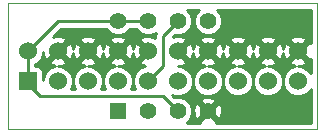
<source format=gbl>
G04 (created by PCBNEW (2013-07-07 BZR 4022)-stable) date 7/10/2015 1:05:57 PM*
%MOIN*%
G04 Gerber Fmt 3.4, Leading zero omitted, Abs format*
%FSLAX34Y34*%
G01*
G70*
G90*
G04 APERTURE LIST*
%ADD10C,0.00590551*%
%ADD11C,0.00393701*%
%ADD12R,0.06X0.06*%
%ADD13C,0.06*%
%ADD14R,0.055X0.055*%
%ADD15C,0.055*%
%ADD16C,0.01*%
G04 APERTURE END LIST*
G54D10*
G54D11*
X84150Y-62950D02*
X84150Y-62900D01*
X84150Y-67100D02*
X84150Y-62950D01*
X73850Y-67100D02*
X84150Y-67100D01*
X73850Y-66950D02*
X73850Y-67100D01*
X73850Y-62900D02*
X73850Y-66950D01*
X84150Y-62900D02*
X73850Y-62900D01*
G54D12*
X74500Y-65500D03*
G54D13*
X74500Y-64500D03*
X75500Y-65500D03*
X75500Y-64500D03*
X76500Y-65500D03*
X76500Y-64500D03*
X77500Y-65500D03*
X77500Y-64500D03*
X78500Y-65500D03*
X78500Y-64500D03*
X79500Y-65500D03*
X79500Y-64500D03*
X80500Y-65500D03*
X80500Y-64500D03*
X81500Y-65500D03*
X81500Y-64500D03*
X82500Y-65500D03*
X82500Y-64500D03*
X83500Y-65500D03*
X83500Y-64500D03*
G54D14*
X77500Y-66500D03*
G54D15*
X78500Y-66500D03*
X79500Y-66500D03*
X80500Y-66500D03*
X80500Y-63500D03*
X79500Y-63500D03*
X78500Y-63500D03*
X77500Y-63500D03*
G54D16*
X79500Y-63500D02*
X79000Y-64000D01*
X79000Y-65000D02*
X78500Y-65500D01*
X79000Y-64000D02*
X79000Y-65000D01*
X74500Y-65500D02*
X74500Y-65600D01*
X79000Y-66000D02*
X79500Y-66500D01*
X74900Y-66000D02*
X79000Y-66000D01*
X74500Y-65600D02*
X74900Y-66000D01*
X74500Y-64500D02*
X74500Y-65500D01*
X77500Y-63500D02*
X78500Y-63500D01*
X77500Y-63500D02*
X75500Y-63500D01*
X75500Y-63500D02*
X74500Y-64500D01*
G54D10*
G36*
X78772Y-63899D02*
X78769Y-63904D01*
X78750Y-64000D01*
X78750Y-64057D01*
X78569Y-63995D01*
X78371Y-64006D01*
X78242Y-64060D01*
X78212Y-64141D01*
X78500Y-64429D01*
X78505Y-64423D01*
X78576Y-64494D01*
X78570Y-64500D01*
X78576Y-64505D01*
X78505Y-64576D01*
X78500Y-64570D01*
X78429Y-64641D01*
X78429Y-64500D01*
X78141Y-64212D01*
X78060Y-64242D01*
X77996Y-64425D01*
X77993Y-64371D01*
X77939Y-64242D01*
X77858Y-64212D01*
X77787Y-64282D01*
X77787Y-64141D01*
X77757Y-64060D01*
X77569Y-63995D01*
X77371Y-64006D01*
X77242Y-64060D01*
X77212Y-64141D01*
X77500Y-64429D01*
X77787Y-64141D01*
X77787Y-64282D01*
X77570Y-64500D01*
X77858Y-64787D01*
X77939Y-64757D01*
X78003Y-64574D01*
X78006Y-64628D01*
X78060Y-64757D01*
X78141Y-64787D01*
X78429Y-64500D01*
X78429Y-64641D01*
X78212Y-64858D01*
X78242Y-64939D01*
X78415Y-64999D01*
X78400Y-64999D01*
X78217Y-65075D01*
X78076Y-65216D01*
X78000Y-65400D01*
X77999Y-65599D01*
X78062Y-65750D01*
X77937Y-65750D01*
X77999Y-65599D01*
X78000Y-65400D01*
X77924Y-65217D01*
X77783Y-65076D01*
X77599Y-65000D01*
X77514Y-65000D01*
X77628Y-64993D01*
X77757Y-64939D01*
X77787Y-64858D01*
X77500Y-64570D01*
X77429Y-64641D01*
X77429Y-64500D01*
X77141Y-64212D01*
X77060Y-64242D01*
X76996Y-64425D01*
X76993Y-64371D01*
X76939Y-64242D01*
X76858Y-64212D01*
X76787Y-64282D01*
X76787Y-64141D01*
X76757Y-64060D01*
X76569Y-63995D01*
X76371Y-64006D01*
X76242Y-64060D01*
X76212Y-64141D01*
X76500Y-64429D01*
X76787Y-64141D01*
X76787Y-64282D01*
X76570Y-64500D01*
X76858Y-64787D01*
X76939Y-64757D01*
X77003Y-64574D01*
X77006Y-64628D01*
X77060Y-64757D01*
X77141Y-64787D01*
X77429Y-64500D01*
X77429Y-64641D01*
X77212Y-64858D01*
X77242Y-64939D01*
X77415Y-64999D01*
X77400Y-64999D01*
X77217Y-65075D01*
X77076Y-65216D01*
X77000Y-65400D01*
X76999Y-65599D01*
X77062Y-65750D01*
X76937Y-65750D01*
X76999Y-65599D01*
X77000Y-65400D01*
X76924Y-65217D01*
X76783Y-65076D01*
X76599Y-65000D01*
X76514Y-65000D01*
X76628Y-64993D01*
X76757Y-64939D01*
X76787Y-64858D01*
X76500Y-64570D01*
X76429Y-64641D01*
X76429Y-64500D01*
X76141Y-64212D01*
X76060Y-64242D01*
X75996Y-64425D01*
X75993Y-64371D01*
X75939Y-64242D01*
X75858Y-64212D01*
X75570Y-64500D01*
X75858Y-64787D01*
X75939Y-64757D01*
X76003Y-64574D01*
X76006Y-64628D01*
X76060Y-64757D01*
X76141Y-64787D01*
X76429Y-64500D01*
X76429Y-64641D01*
X76212Y-64858D01*
X76242Y-64939D01*
X76415Y-64999D01*
X76400Y-64999D01*
X76217Y-65075D01*
X76076Y-65216D01*
X76000Y-65400D01*
X75999Y-65599D01*
X76062Y-65750D01*
X75937Y-65750D01*
X75999Y-65599D01*
X76000Y-65400D01*
X75924Y-65217D01*
X75783Y-65076D01*
X75599Y-65000D01*
X75514Y-65000D01*
X75628Y-64993D01*
X75757Y-64939D01*
X75787Y-64858D01*
X75500Y-64570D01*
X75212Y-64858D01*
X75242Y-64939D01*
X75415Y-64999D01*
X75400Y-64999D01*
X75217Y-65075D01*
X75076Y-65216D01*
X75000Y-65400D01*
X75000Y-65460D01*
X75000Y-65160D01*
X74969Y-65086D01*
X74913Y-65030D01*
X74839Y-65000D01*
X74760Y-64999D01*
X74750Y-64999D01*
X74750Y-64937D01*
X74782Y-64924D01*
X74923Y-64783D01*
X74999Y-64599D01*
X74999Y-64514D01*
X75006Y-64628D01*
X75060Y-64757D01*
X75141Y-64787D01*
X75429Y-64500D01*
X75423Y-64494D01*
X75494Y-64423D01*
X75500Y-64429D01*
X75787Y-64141D01*
X75757Y-64060D01*
X75569Y-63995D01*
X75371Y-64006D01*
X75329Y-64024D01*
X75603Y-63750D01*
X77089Y-63750D01*
X77097Y-63768D01*
X77230Y-63902D01*
X77405Y-63974D01*
X77594Y-63975D01*
X77768Y-63902D01*
X77902Y-63769D01*
X77910Y-63750D01*
X78089Y-63750D01*
X78097Y-63768D01*
X78230Y-63902D01*
X78405Y-63974D01*
X78594Y-63975D01*
X78768Y-63902D01*
X78772Y-63899D01*
X78772Y-63899D01*
G37*
G54D16*
X78772Y-63899D02*
X78769Y-63904D01*
X78750Y-64000D01*
X78750Y-64057D01*
X78569Y-63995D01*
X78371Y-64006D01*
X78242Y-64060D01*
X78212Y-64141D01*
X78500Y-64429D01*
X78505Y-64423D01*
X78576Y-64494D01*
X78570Y-64500D01*
X78576Y-64505D01*
X78505Y-64576D01*
X78500Y-64570D01*
X78429Y-64641D01*
X78429Y-64500D01*
X78141Y-64212D01*
X78060Y-64242D01*
X77996Y-64425D01*
X77993Y-64371D01*
X77939Y-64242D01*
X77858Y-64212D01*
X77787Y-64282D01*
X77787Y-64141D01*
X77757Y-64060D01*
X77569Y-63995D01*
X77371Y-64006D01*
X77242Y-64060D01*
X77212Y-64141D01*
X77500Y-64429D01*
X77787Y-64141D01*
X77787Y-64282D01*
X77570Y-64500D01*
X77858Y-64787D01*
X77939Y-64757D01*
X78003Y-64574D01*
X78006Y-64628D01*
X78060Y-64757D01*
X78141Y-64787D01*
X78429Y-64500D01*
X78429Y-64641D01*
X78212Y-64858D01*
X78242Y-64939D01*
X78415Y-64999D01*
X78400Y-64999D01*
X78217Y-65075D01*
X78076Y-65216D01*
X78000Y-65400D01*
X77999Y-65599D01*
X78062Y-65750D01*
X77937Y-65750D01*
X77999Y-65599D01*
X78000Y-65400D01*
X77924Y-65217D01*
X77783Y-65076D01*
X77599Y-65000D01*
X77514Y-65000D01*
X77628Y-64993D01*
X77757Y-64939D01*
X77787Y-64858D01*
X77500Y-64570D01*
X77429Y-64641D01*
X77429Y-64500D01*
X77141Y-64212D01*
X77060Y-64242D01*
X76996Y-64425D01*
X76993Y-64371D01*
X76939Y-64242D01*
X76858Y-64212D01*
X76787Y-64282D01*
X76787Y-64141D01*
X76757Y-64060D01*
X76569Y-63995D01*
X76371Y-64006D01*
X76242Y-64060D01*
X76212Y-64141D01*
X76500Y-64429D01*
X76787Y-64141D01*
X76787Y-64282D01*
X76570Y-64500D01*
X76858Y-64787D01*
X76939Y-64757D01*
X77003Y-64574D01*
X77006Y-64628D01*
X77060Y-64757D01*
X77141Y-64787D01*
X77429Y-64500D01*
X77429Y-64641D01*
X77212Y-64858D01*
X77242Y-64939D01*
X77415Y-64999D01*
X77400Y-64999D01*
X77217Y-65075D01*
X77076Y-65216D01*
X77000Y-65400D01*
X76999Y-65599D01*
X77062Y-65750D01*
X76937Y-65750D01*
X76999Y-65599D01*
X77000Y-65400D01*
X76924Y-65217D01*
X76783Y-65076D01*
X76599Y-65000D01*
X76514Y-65000D01*
X76628Y-64993D01*
X76757Y-64939D01*
X76787Y-64858D01*
X76500Y-64570D01*
X76429Y-64641D01*
X76429Y-64500D01*
X76141Y-64212D01*
X76060Y-64242D01*
X75996Y-64425D01*
X75993Y-64371D01*
X75939Y-64242D01*
X75858Y-64212D01*
X75570Y-64500D01*
X75858Y-64787D01*
X75939Y-64757D01*
X76003Y-64574D01*
X76006Y-64628D01*
X76060Y-64757D01*
X76141Y-64787D01*
X76429Y-64500D01*
X76429Y-64641D01*
X76212Y-64858D01*
X76242Y-64939D01*
X76415Y-64999D01*
X76400Y-64999D01*
X76217Y-65075D01*
X76076Y-65216D01*
X76000Y-65400D01*
X75999Y-65599D01*
X76062Y-65750D01*
X75937Y-65750D01*
X75999Y-65599D01*
X76000Y-65400D01*
X75924Y-65217D01*
X75783Y-65076D01*
X75599Y-65000D01*
X75514Y-65000D01*
X75628Y-64993D01*
X75757Y-64939D01*
X75787Y-64858D01*
X75500Y-64570D01*
X75212Y-64858D01*
X75242Y-64939D01*
X75415Y-64999D01*
X75400Y-64999D01*
X75217Y-65075D01*
X75076Y-65216D01*
X75000Y-65400D01*
X75000Y-65460D01*
X75000Y-65160D01*
X74969Y-65086D01*
X74913Y-65030D01*
X74839Y-65000D01*
X74760Y-64999D01*
X74750Y-64999D01*
X74750Y-64937D01*
X74782Y-64924D01*
X74923Y-64783D01*
X74999Y-64599D01*
X74999Y-64514D01*
X75006Y-64628D01*
X75060Y-64757D01*
X75141Y-64787D01*
X75429Y-64500D01*
X75423Y-64494D01*
X75494Y-64423D01*
X75500Y-64429D01*
X75787Y-64141D01*
X75757Y-64060D01*
X75569Y-63995D01*
X75371Y-64006D01*
X75329Y-64024D01*
X75603Y-63750D01*
X77089Y-63750D01*
X77097Y-63768D01*
X77230Y-63902D01*
X77405Y-63974D01*
X77594Y-63975D01*
X77768Y-63902D01*
X77902Y-63769D01*
X77910Y-63750D01*
X78089Y-63750D01*
X78097Y-63768D01*
X78230Y-63902D01*
X78405Y-63974D01*
X78594Y-63975D01*
X78768Y-63902D01*
X78772Y-63899D01*
G54D10*
G36*
X83930Y-66880D02*
X80980Y-66880D01*
X80980Y-66563D01*
X80967Y-66375D01*
X80919Y-66257D01*
X80840Y-66230D01*
X80769Y-66301D01*
X80769Y-66159D01*
X80742Y-66080D01*
X80563Y-66019D01*
X80375Y-66032D01*
X80257Y-66080D01*
X80230Y-66159D01*
X80500Y-66429D01*
X80769Y-66159D01*
X80769Y-66301D01*
X80570Y-66500D01*
X80840Y-66769D01*
X80919Y-66742D01*
X80980Y-66563D01*
X80980Y-66880D01*
X80756Y-66880D01*
X80769Y-66840D01*
X80500Y-66570D01*
X80429Y-66641D01*
X80429Y-66500D01*
X80159Y-66230D01*
X80080Y-66257D01*
X80019Y-66436D01*
X80032Y-66624D01*
X80080Y-66742D01*
X80159Y-66769D01*
X80429Y-66500D01*
X80429Y-66641D01*
X80230Y-66840D01*
X80243Y-66880D01*
X79791Y-66880D01*
X79902Y-66769D01*
X79974Y-66594D01*
X79975Y-66405D01*
X79902Y-66231D01*
X79769Y-66097D01*
X79594Y-66025D01*
X79405Y-66024D01*
X79386Y-66032D01*
X79320Y-65966D01*
X79400Y-65999D01*
X79599Y-66000D01*
X79782Y-65924D01*
X79923Y-65783D01*
X79999Y-65599D01*
X80000Y-65400D01*
X79924Y-65217D01*
X79783Y-65076D01*
X79599Y-65000D01*
X79514Y-65000D01*
X79628Y-64993D01*
X79757Y-64939D01*
X79787Y-64858D01*
X79500Y-64570D01*
X79494Y-64576D01*
X79423Y-64505D01*
X79429Y-64500D01*
X79423Y-64494D01*
X79494Y-64423D01*
X79500Y-64429D01*
X79787Y-64141D01*
X79757Y-64060D01*
X79569Y-63995D01*
X79371Y-64006D01*
X79329Y-64024D01*
X79386Y-63967D01*
X79405Y-63974D01*
X79594Y-63975D01*
X79768Y-63902D01*
X79902Y-63769D01*
X79974Y-63594D01*
X79975Y-63405D01*
X79902Y-63231D01*
X79791Y-63119D01*
X80208Y-63119D01*
X80097Y-63230D01*
X80025Y-63405D01*
X80024Y-63594D01*
X80097Y-63768D01*
X80230Y-63902D01*
X80405Y-63974D01*
X80594Y-63975D01*
X80768Y-63902D01*
X80902Y-63769D01*
X80974Y-63594D01*
X80975Y-63405D01*
X80902Y-63231D01*
X80791Y-63119D01*
X83930Y-63119D01*
X83930Y-64238D01*
X83858Y-64212D01*
X83787Y-64282D01*
X83787Y-64141D01*
X83757Y-64060D01*
X83569Y-63995D01*
X83371Y-64006D01*
X83242Y-64060D01*
X83212Y-64141D01*
X83500Y-64429D01*
X83787Y-64141D01*
X83787Y-64282D01*
X83570Y-64500D01*
X83858Y-64787D01*
X83930Y-64761D01*
X83930Y-65232D01*
X83924Y-65217D01*
X83783Y-65076D01*
X83599Y-65000D01*
X83514Y-65000D01*
X83628Y-64993D01*
X83757Y-64939D01*
X83787Y-64858D01*
X83500Y-64570D01*
X83429Y-64641D01*
X83429Y-64500D01*
X83141Y-64212D01*
X83060Y-64242D01*
X82996Y-64425D01*
X82993Y-64371D01*
X82939Y-64242D01*
X82858Y-64212D01*
X82787Y-64282D01*
X82787Y-64141D01*
X82757Y-64060D01*
X82569Y-63995D01*
X82371Y-64006D01*
X82242Y-64060D01*
X82212Y-64141D01*
X82500Y-64429D01*
X82787Y-64141D01*
X82787Y-64282D01*
X82570Y-64500D01*
X82858Y-64787D01*
X82939Y-64757D01*
X83003Y-64574D01*
X83006Y-64628D01*
X83060Y-64757D01*
X83141Y-64787D01*
X83429Y-64500D01*
X83429Y-64641D01*
X83212Y-64858D01*
X83242Y-64939D01*
X83415Y-64999D01*
X83400Y-64999D01*
X83217Y-65075D01*
X83076Y-65216D01*
X83000Y-65400D01*
X83000Y-65401D01*
X83000Y-65400D01*
X82924Y-65217D01*
X82783Y-65076D01*
X82599Y-65000D01*
X82514Y-65000D01*
X82628Y-64993D01*
X82757Y-64939D01*
X82787Y-64858D01*
X82500Y-64570D01*
X82429Y-64641D01*
X82429Y-64500D01*
X82141Y-64212D01*
X82060Y-64242D01*
X81996Y-64425D01*
X81993Y-64371D01*
X81939Y-64242D01*
X81858Y-64212D01*
X81787Y-64282D01*
X81787Y-64141D01*
X81757Y-64060D01*
X81569Y-63995D01*
X81371Y-64006D01*
X81242Y-64060D01*
X81212Y-64141D01*
X81500Y-64429D01*
X81787Y-64141D01*
X81787Y-64282D01*
X81570Y-64500D01*
X81858Y-64787D01*
X81939Y-64757D01*
X82003Y-64574D01*
X82006Y-64628D01*
X82060Y-64757D01*
X82141Y-64787D01*
X82429Y-64500D01*
X82429Y-64641D01*
X82212Y-64858D01*
X82242Y-64939D01*
X82415Y-64999D01*
X82400Y-64999D01*
X82217Y-65075D01*
X82076Y-65216D01*
X82000Y-65400D01*
X82000Y-65401D01*
X82000Y-65400D01*
X81924Y-65217D01*
X81783Y-65076D01*
X81599Y-65000D01*
X81514Y-65000D01*
X81628Y-64993D01*
X81757Y-64939D01*
X81787Y-64858D01*
X81500Y-64570D01*
X81429Y-64641D01*
X81429Y-64500D01*
X81141Y-64212D01*
X81060Y-64242D01*
X80996Y-64425D01*
X80993Y-64371D01*
X80939Y-64242D01*
X80858Y-64212D01*
X80787Y-64282D01*
X80787Y-64141D01*
X80757Y-64060D01*
X80569Y-63995D01*
X80371Y-64006D01*
X80242Y-64060D01*
X80212Y-64141D01*
X80500Y-64429D01*
X80787Y-64141D01*
X80787Y-64282D01*
X80570Y-64500D01*
X80858Y-64787D01*
X80939Y-64757D01*
X81003Y-64574D01*
X81006Y-64628D01*
X81060Y-64757D01*
X81141Y-64787D01*
X81429Y-64500D01*
X81429Y-64641D01*
X81212Y-64858D01*
X81242Y-64939D01*
X81415Y-64999D01*
X81400Y-64999D01*
X81217Y-65075D01*
X81076Y-65216D01*
X81000Y-65400D01*
X81000Y-65401D01*
X81000Y-65400D01*
X80924Y-65217D01*
X80783Y-65076D01*
X80599Y-65000D01*
X80514Y-65000D01*
X80628Y-64993D01*
X80757Y-64939D01*
X80787Y-64858D01*
X80500Y-64570D01*
X80429Y-64641D01*
X80429Y-64500D01*
X80141Y-64212D01*
X80060Y-64242D01*
X79996Y-64425D01*
X79993Y-64371D01*
X79939Y-64242D01*
X79858Y-64212D01*
X79570Y-64500D01*
X79858Y-64787D01*
X79939Y-64757D01*
X80003Y-64574D01*
X80006Y-64628D01*
X80060Y-64757D01*
X80141Y-64787D01*
X80429Y-64500D01*
X80429Y-64641D01*
X80212Y-64858D01*
X80242Y-64939D01*
X80415Y-64999D01*
X80400Y-64999D01*
X80217Y-65075D01*
X80076Y-65216D01*
X80000Y-65400D01*
X79999Y-65599D01*
X80075Y-65782D01*
X80216Y-65923D01*
X80400Y-65999D01*
X80599Y-66000D01*
X80782Y-65924D01*
X80923Y-65783D01*
X80999Y-65599D01*
X81000Y-65400D01*
X81000Y-65401D01*
X80999Y-65599D01*
X81075Y-65782D01*
X81216Y-65923D01*
X81400Y-65999D01*
X81599Y-66000D01*
X81782Y-65924D01*
X81923Y-65783D01*
X81999Y-65599D01*
X82000Y-65400D01*
X82000Y-65401D01*
X81999Y-65599D01*
X82075Y-65782D01*
X82216Y-65923D01*
X82400Y-65999D01*
X82599Y-66000D01*
X82782Y-65924D01*
X82923Y-65783D01*
X82999Y-65599D01*
X83000Y-65400D01*
X83000Y-65401D01*
X82999Y-65599D01*
X83075Y-65782D01*
X83216Y-65923D01*
X83400Y-65999D01*
X83599Y-66000D01*
X83782Y-65924D01*
X83923Y-65783D01*
X83930Y-65767D01*
X83930Y-66880D01*
X83930Y-66880D01*
G37*
G54D16*
X83930Y-66880D02*
X80980Y-66880D01*
X80980Y-66563D01*
X80967Y-66375D01*
X80919Y-66257D01*
X80840Y-66230D01*
X80769Y-66301D01*
X80769Y-66159D01*
X80742Y-66080D01*
X80563Y-66019D01*
X80375Y-66032D01*
X80257Y-66080D01*
X80230Y-66159D01*
X80500Y-66429D01*
X80769Y-66159D01*
X80769Y-66301D01*
X80570Y-66500D01*
X80840Y-66769D01*
X80919Y-66742D01*
X80980Y-66563D01*
X80980Y-66880D01*
X80756Y-66880D01*
X80769Y-66840D01*
X80500Y-66570D01*
X80429Y-66641D01*
X80429Y-66500D01*
X80159Y-66230D01*
X80080Y-66257D01*
X80019Y-66436D01*
X80032Y-66624D01*
X80080Y-66742D01*
X80159Y-66769D01*
X80429Y-66500D01*
X80429Y-66641D01*
X80230Y-66840D01*
X80243Y-66880D01*
X79791Y-66880D01*
X79902Y-66769D01*
X79974Y-66594D01*
X79975Y-66405D01*
X79902Y-66231D01*
X79769Y-66097D01*
X79594Y-66025D01*
X79405Y-66024D01*
X79386Y-66032D01*
X79320Y-65966D01*
X79400Y-65999D01*
X79599Y-66000D01*
X79782Y-65924D01*
X79923Y-65783D01*
X79999Y-65599D01*
X80000Y-65400D01*
X79924Y-65217D01*
X79783Y-65076D01*
X79599Y-65000D01*
X79514Y-65000D01*
X79628Y-64993D01*
X79757Y-64939D01*
X79787Y-64858D01*
X79500Y-64570D01*
X79494Y-64576D01*
X79423Y-64505D01*
X79429Y-64500D01*
X79423Y-64494D01*
X79494Y-64423D01*
X79500Y-64429D01*
X79787Y-64141D01*
X79757Y-64060D01*
X79569Y-63995D01*
X79371Y-64006D01*
X79329Y-64024D01*
X79386Y-63967D01*
X79405Y-63974D01*
X79594Y-63975D01*
X79768Y-63902D01*
X79902Y-63769D01*
X79974Y-63594D01*
X79975Y-63405D01*
X79902Y-63231D01*
X79791Y-63119D01*
X80208Y-63119D01*
X80097Y-63230D01*
X80025Y-63405D01*
X80024Y-63594D01*
X80097Y-63768D01*
X80230Y-63902D01*
X80405Y-63974D01*
X80594Y-63975D01*
X80768Y-63902D01*
X80902Y-63769D01*
X80974Y-63594D01*
X80975Y-63405D01*
X80902Y-63231D01*
X80791Y-63119D01*
X83930Y-63119D01*
X83930Y-64238D01*
X83858Y-64212D01*
X83787Y-64282D01*
X83787Y-64141D01*
X83757Y-64060D01*
X83569Y-63995D01*
X83371Y-64006D01*
X83242Y-64060D01*
X83212Y-64141D01*
X83500Y-64429D01*
X83787Y-64141D01*
X83787Y-64282D01*
X83570Y-64500D01*
X83858Y-64787D01*
X83930Y-64761D01*
X83930Y-65232D01*
X83924Y-65217D01*
X83783Y-65076D01*
X83599Y-65000D01*
X83514Y-65000D01*
X83628Y-64993D01*
X83757Y-64939D01*
X83787Y-64858D01*
X83500Y-64570D01*
X83429Y-64641D01*
X83429Y-64500D01*
X83141Y-64212D01*
X83060Y-64242D01*
X82996Y-64425D01*
X82993Y-64371D01*
X82939Y-64242D01*
X82858Y-64212D01*
X82787Y-64282D01*
X82787Y-64141D01*
X82757Y-64060D01*
X82569Y-63995D01*
X82371Y-64006D01*
X82242Y-64060D01*
X82212Y-64141D01*
X82500Y-64429D01*
X82787Y-64141D01*
X82787Y-64282D01*
X82570Y-64500D01*
X82858Y-64787D01*
X82939Y-64757D01*
X83003Y-64574D01*
X83006Y-64628D01*
X83060Y-64757D01*
X83141Y-64787D01*
X83429Y-64500D01*
X83429Y-64641D01*
X83212Y-64858D01*
X83242Y-64939D01*
X83415Y-64999D01*
X83400Y-64999D01*
X83217Y-65075D01*
X83076Y-65216D01*
X83000Y-65400D01*
X83000Y-65401D01*
X83000Y-65400D01*
X82924Y-65217D01*
X82783Y-65076D01*
X82599Y-65000D01*
X82514Y-65000D01*
X82628Y-64993D01*
X82757Y-64939D01*
X82787Y-64858D01*
X82500Y-64570D01*
X82429Y-64641D01*
X82429Y-64500D01*
X82141Y-64212D01*
X82060Y-64242D01*
X81996Y-64425D01*
X81993Y-64371D01*
X81939Y-64242D01*
X81858Y-64212D01*
X81787Y-64282D01*
X81787Y-64141D01*
X81757Y-64060D01*
X81569Y-63995D01*
X81371Y-64006D01*
X81242Y-64060D01*
X81212Y-64141D01*
X81500Y-64429D01*
X81787Y-64141D01*
X81787Y-64282D01*
X81570Y-64500D01*
X81858Y-64787D01*
X81939Y-64757D01*
X82003Y-64574D01*
X82006Y-64628D01*
X82060Y-64757D01*
X82141Y-64787D01*
X82429Y-64500D01*
X82429Y-64641D01*
X82212Y-64858D01*
X82242Y-64939D01*
X82415Y-64999D01*
X82400Y-64999D01*
X82217Y-65075D01*
X82076Y-65216D01*
X82000Y-65400D01*
X82000Y-65401D01*
X82000Y-65400D01*
X81924Y-65217D01*
X81783Y-65076D01*
X81599Y-65000D01*
X81514Y-65000D01*
X81628Y-64993D01*
X81757Y-64939D01*
X81787Y-64858D01*
X81500Y-64570D01*
X81429Y-64641D01*
X81429Y-64500D01*
X81141Y-64212D01*
X81060Y-64242D01*
X80996Y-64425D01*
X80993Y-64371D01*
X80939Y-64242D01*
X80858Y-64212D01*
X80787Y-64282D01*
X80787Y-64141D01*
X80757Y-64060D01*
X80569Y-63995D01*
X80371Y-64006D01*
X80242Y-64060D01*
X80212Y-64141D01*
X80500Y-64429D01*
X80787Y-64141D01*
X80787Y-64282D01*
X80570Y-64500D01*
X80858Y-64787D01*
X80939Y-64757D01*
X81003Y-64574D01*
X81006Y-64628D01*
X81060Y-64757D01*
X81141Y-64787D01*
X81429Y-64500D01*
X81429Y-64641D01*
X81212Y-64858D01*
X81242Y-64939D01*
X81415Y-64999D01*
X81400Y-64999D01*
X81217Y-65075D01*
X81076Y-65216D01*
X81000Y-65400D01*
X81000Y-65401D01*
X81000Y-65400D01*
X80924Y-65217D01*
X80783Y-65076D01*
X80599Y-65000D01*
X80514Y-65000D01*
X80628Y-64993D01*
X80757Y-64939D01*
X80787Y-64858D01*
X80500Y-64570D01*
X80429Y-64641D01*
X80429Y-64500D01*
X80141Y-64212D01*
X80060Y-64242D01*
X79996Y-64425D01*
X79993Y-64371D01*
X79939Y-64242D01*
X79858Y-64212D01*
X79570Y-64500D01*
X79858Y-64787D01*
X79939Y-64757D01*
X80003Y-64574D01*
X80006Y-64628D01*
X80060Y-64757D01*
X80141Y-64787D01*
X80429Y-64500D01*
X80429Y-64641D01*
X80212Y-64858D01*
X80242Y-64939D01*
X80415Y-64999D01*
X80400Y-64999D01*
X80217Y-65075D01*
X80076Y-65216D01*
X80000Y-65400D01*
X79999Y-65599D01*
X80075Y-65782D01*
X80216Y-65923D01*
X80400Y-65999D01*
X80599Y-66000D01*
X80782Y-65924D01*
X80923Y-65783D01*
X80999Y-65599D01*
X81000Y-65400D01*
X81000Y-65401D01*
X80999Y-65599D01*
X81075Y-65782D01*
X81216Y-65923D01*
X81400Y-65999D01*
X81599Y-66000D01*
X81782Y-65924D01*
X81923Y-65783D01*
X81999Y-65599D01*
X82000Y-65400D01*
X82000Y-65401D01*
X81999Y-65599D01*
X82075Y-65782D01*
X82216Y-65923D01*
X82400Y-65999D01*
X82599Y-66000D01*
X82782Y-65924D01*
X82923Y-65783D01*
X82999Y-65599D01*
X83000Y-65400D01*
X83000Y-65401D01*
X82999Y-65599D01*
X83075Y-65782D01*
X83216Y-65923D01*
X83400Y-65999D01*
X83599Y-66000D01*
X83782Y-65924D01*
X83923Y-65783D01*
X83930Y-65767D01*
X83930Y-66880D01*
M02*

</source>
